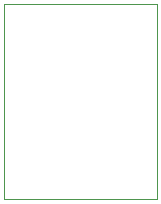
<source format=gm1>
%FSLAX25Y25*%
%MOIN*%
G70*
G01*
G75*
G04 Layer_Color=16711935*
%ADD10R,0.02756X0.05118*%
%ADD11R,0.09370X0.06496*%
%ADD12R,0.00984X0.02756*%
%ADD13R,0.01929X0.01181*%
%ADD14R,0.02047X0.01181*%
%ADD15R,0.06299X0.03543*%
%ADD16R,0.01102X0.01969*%
%ADD17R,0.12205X0.12205*%
%ADD18R,0.00984X0.02362*%
%ADD19R,0.02362X0.00984*%
%ADD20R,0.01969X0.01969*%
%ADD21R,0.01969X0.01969*%
%ADD22R,0.10709X0.05079*%
%ADD23R,0.05787X0.04449*%
%ADD24R,0.03000X0.03000*%
%ADD25R,0.04449X0.05787*%
%ADD26R,0.03000X0.03000*%
%ADD27R,0.04331X0.03543*%
%ADD28C,0.00600*%
%ADD29C,0.01000*%
%ADD30C,0.01200*%
%ADD31C,0.00800*%
%ADD32C,0.00500*%
%ADD33C,0.02000*%
%ADD34C,0.05118*%
%ADD35C,0.01969*%
%ADD36C,0.01400*%
%ADD37O,0.01575X0.05299*%
%ADD38O,0.01575X0.06874*%
%ADD39O,0.05299X0.01575*%
%ADD40O,0.06874X0.01575*%
%ADD41O,0.10024X0.01575*%
%ADD42R,0.02953X0.05906*%
%ADD43C,0.00984*%
%ADD44C,0.00394*%
%ADD45C,0.00787*%
%ADD46R,0.00984X0.01969*%
%ADD47R,0.05118X0.02756*%
%ADD48R,0.05512X0.05512*%
%ADD49R,0.05512X0.05906*%
%ADD50R,0.02756X0.00000*%
%ADD51R,0.02956X0.05318*%
%ADD52R,0.10173X0.07299*%
%ADD53R,0.01787X0.03559*%
%ADD54R,0.02323X0.01575*%
%ADD55R,0.02441X0.01575*%
%ADD56R,0.06850X0.04095*%
%ADD57R,0.01654X0.02520*%
%ADD58R,0.12405X0.12405*%
%ADD59R,0.02169X0.02169*%
%ADD60R,0.02169X0.02169*%
%ADD61R,0.10909X0.05279*%
%ADD62R,0.05987X0.04649*%
%ADD63R,0.03200X0.03200*%
%ADD64R,0.04649X0.05987*%
%ADD65R,0.03200X0.03200*%
%ADD66R,0.04531X0.03743*%
%ADD67C,0.02169*%
%ADD68O,0.01775X0.05499*%
%ADD69O,0.01775X0.07074*%
%ADD70O,0.05499X0.01775*%
%ADD71O,0.07074X0.01775*%
%ADD72O,0.10224X0.01775*%
%ADD73C,0.00000*%
D73*
X0Y64961D02*
X51181D01*
Y0D02*
Y64961D01*
X0Y0D02*
Y64961D01*
Y0D02*
X51181D01*
M02*

</source>
